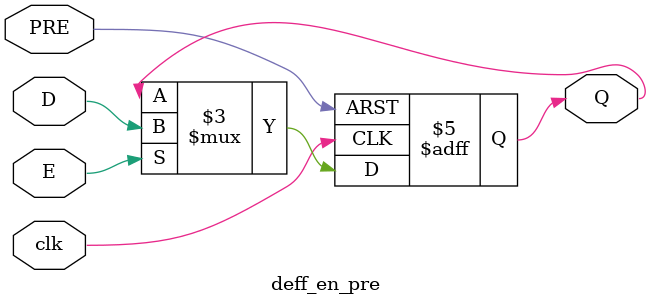
<source format=v>
module deff_en_pre(
    input E, D, clk, PRE,
    output reg Q
);


always @(posedge clk or negedge PRE) begin
    if (~PRE)
        Q <= 1'b1;
    else if (E)
        Q <= D;
end
    
endmodule
</source>
